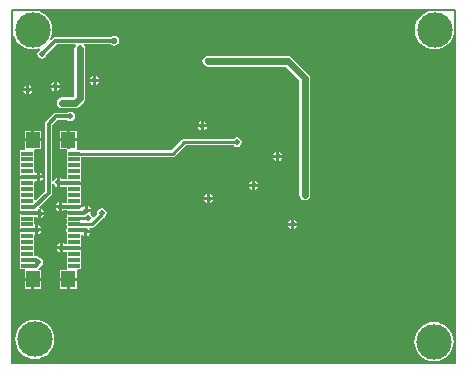
<source format=gbl>
%FSLAX25Y25*%
%MOIN*%
G70*
G01*
G75*
G04 Layer_Physical_Order=2*
G04 Layer_Color=16711680*
%ADD10R,0.01969X0.01969*%
%ADD11R,0.02362X0.01969*%
%ADD12R,0.02559X0.02165*%
%ADD13R,0.03740X0.03740*%
%ADD14R,0.02165X0.02559*%
%ADD15R,0.03740X0.03740*%
%ADD16R,0.01969X0.01378*%
%ADD17R,0.02756X0.01181*%
%ADD18R,0.03504X0.06299*%
%ADD19C,0.01181*%
%ADD20C,0.01000*%
%ADD21C,0.02362*%
%ADD22C,0.01378*%
%ADD23C,0.00787*%
%ADD24C,0.01969*%
%ADD25C,0.11811*%
%ADD26C,0.02165*%
%ADD27R,0.03937X0.01378*%
%ADD28R,0.04724X0.05315*%
%ADD29C,0.01260*%
G36*
X138319Y117005D02*
X138150Y116954D01*
X137022Y116351D01*
X136032Y115539D01*
X135221Y114550D01*
X134617Y113422D01*
X134246Y112197D01*
X134121Y110924D01*
X134246Y109650D01*
X134617Y108426D01*
X135221Y107297D01*
X136032Y106308D01*
X137022Y105496D01*
X138150Y104893D01*
X139375Y104522D01*
X140648Y104396D01*
X141921Y104522D01*
X143146Y104893D01*
X144274Y105496D01*
X145264Y106308D01*
X146075Y107297D01*
X146679Y108426D01*
X147005Y109503D01*
X147500Y109430D01*
Y-100D01*
X0D01*
Y108899D01*
X495Y108972D01*
X660Y108426D01*
X1264Y107297D01*
X2075Y106308D01*
X3064Y105496D01*
X4193Y104893D01*
X5418Y104522D01*
X6691Y104396D01*
X7965Y104522D01*
X8949Y104820D01*
X9163Y104368D01*
X8665Y104035D01*
X8317Y103515D01*
X8194Y102900D01*
X8317Y102286D01*
X8665Y101765D01*
X9185Y101417D01*
X9800Y101294D01*
X10414Y101417D01*
X10935Y101765D01*
X11283Y102286D01*
X11382Y102778D01*
X14699Y106096D01*
X20738D01*
X20974Y105655D01*
X20731Y105291D01*
X20594Y104600D01*
Y88948D01*
X20052Y88406D01*
X16500D01*
X15809Y88269D01*
X15223Y87877D01*
X14831Y87291D01*
X14694Y86600D01*
X14831Y85909D01*
X15223Y85323D01*
X15809Y84931D01*
X16500Y84794D01*
X20800D01*
X21491Y84931D01*
X22077Y85323D01*
X23677Y86923D01*
X24069Y87509D01*
X24206Y88200D01*
Y104600D01*
X24069Y105291D01*
X23677Y105877D01*
X23672Y105881D01*
X23635Y105935D01*
X23684Y106096D01*
X32692D01*
X32694Y106094D01*
X33247Y105724D01*
X33900Y105594D01*
X34553Y105724D01*
X35106Y106094D01*
X35476Y106647D01*
X35606Y107300D01*
X35476Y107953D01*
X35106Y108506D01*
X34553Y108876D01*
X33900Y109006D01*
X33247Y108876D01*
X32694Y108506D01*
X32692Y108504D01*
X14200D01*
X14200Y108504D01*
X13739Y108413D01*
X13349Y108151D01*
X12892Y107695D01*
X12490Y107993D01*
X12722Y108426D01*
X13093Y109650D01*
X13218Y110924D01*
X13093Y112197D01*
X12722Y113422D01*
X12118Y114550D01*
X11307Y115539D01*
X10317Y116351D01*
X9189Y116954D01*
X9020Y117005D01*
X9094Y117500D01*
X138245D01*
X138319Y117005D01*
D02*
G37*
%LPC*%
G36*
X15400Y53423D02*
X15285Y53400D01*
X14765Y53052D01*
X14417Y52531D01*
X14394Y52416D01*
X15400D01*
Y53423D01*
D02*
G37*
G36*
X64800Y54200D02*
X63794D01*
X63817Y54085D01*
X64165Y53565D01*
X64685Y53217D01*
X64800Y53194D01*
Y54200D01*
D02*
G37*
G36*
X66806D02*
X65800D01*
Y53194D01*
X65914Y53217D01*
X66435Y53565D01*
X66783Y54085D01*
X66806Y54200D01*
D02*
G37*
G36*
X25000Y52206D02*
Y51200D01*
X26006D01*
X25983Y51315D01*
X25635Y51835D01*
X25115Y52183D01*
X25000Y52206D01*
D02*
G37*
G36*
X10506Y49200D02*
X9500D01*
Y48194D01*
X9614Y48217D01*
X10135Y48565D01*
X10483Y49086D01*
X10506Y49200D01*
D02*
G37*
G36*
X9500Y51206D02*
Y50200D01*
X10506D01*
X10483Y50314D01*
X10135Y50835D01*
X9614Y51183D01*
X9500Y51206D01*
D02*
G37*
G36*
X15400Y51416D02*
X14394D01*
X14417Y51302D01*
X14765Y50781D01*
X15285Y50433D01*
X15400Y50410D01*
Y51416D01*
D02*
G37*
G36*
X81806Y58600D02*
X80800D01*
Y57594D01*
X80914Y57617D01*
X81435Y57965D01*
X81783Y58486D01*
X81806Y58600D01*
D02*
G37*
G36*
X79800Y60606D02*
X79685Y60583D01*
X79165Y60235D01*
X78817Y59715D01*
X78794Y59600D01*
X79800D01*
Y60606D01*
D02*
G37*
G36*
X80800D02*
Y59600D01*
X81806D01*
X81783Y59715D01*
X81435Y60235D01*
X80914Y60583D01*
X80800Y60606D01*
D02*
G37*
G36*
X79800Y58600D02*
X78794D01*
X78817Y58486D01*
X79165Y57965D01*
X79685Y57617D01*
X79800Y57594D01*
Y58600D01*
D02*
G37*
G36*
X91900Y102206D02*
X65000D01*
X64309Y102069D01*
X63723Y101677D01*
X63331Y101091D01*
X63194Y100400D01*
X63331Y99709D01*
X63723Y99123D01*
X64309Y98731D01*
X65000Y98594D01*
X91152D01*
X95494Y94252D01*
Y55900D01*
X95631Y55209D01*
X96023Y54623D01*
X96609Y54231D01*
X97300Y54094D01*
X97991Y54231D01*
X98577Y54623D01*
X98969Y55209D01*
X99106Y55900D01*
Y95000D01*
X98969Y95691D01*
X98577Y96277D01*
X93177Y101677D01*
X92591Y102069D01*
X91900Y102206D01*
D02*
G37*
G36*
X64800Y56206D02*
X64685Y56183D01*
X64165Y55835D01*
X63817Y55314D01*
X63794Y55200D01*
X64800D01*
Y56206D01*
D02*
G37*
G36*
X65800D02*
Y55200D01*
X66806D01*
X66783Y55314D01*
X66435Y55835D01*
X65914Y56183D01*
X65800Y56206D01*
D02*
G37*
G36*
X93800Y47606D02*
Y46600D01*
X94806D01*
X94783Y46714D01*
X94435Y47235D01*
X93915Y47583D01*
X93800Y47606D01*
D02*
G37*
G36*
X18101Y27254D02*
X15845D01*
Y24703D01*
X18101D01*
Y27254D01*
D02*
G37*
G36*
X21357D02*
X19101D01*
Y24703D01*
X21357D01*
Y27254D01*
D02*
G37*
G36*
X15700Y37800D02*
X14694D01*
X14717Y37685D01*
X15065Y37165D01*
X15586Y36817D01*
X15700Y36794D01*
Y37800D01*
D02*
G37*
G36*
X9546Y27254D02*
X7290D01*
Y24703D01*
X9546D01*
Y27254D01*
D02*
G37*
G36*
X140451Y13514D02*
X139178Y13389D01*
X137953Y13017D01*
X136825Y12414D01*
X135836Y11602D01*
X135024Y10613D01*
X134421Y9485D01*
X134049Y8260D01*
X133924Y6987D01*
X134049Y5713D01*
X134421Y4489D01*
X135024Y3360D01*
X135836Y2371D01*
X136825Y1559D01*
X137953Y956D01*
X139178Y585D01*
X140451Y459D01*
X141725Y585D01*
X142949Y956D01*
X144078Y1559D01*
X145067Y2371D01*
X145879Y3360D01*
X146482Y4489D01*
X146853Y5713D01*
X146979Y6987D01*
X146853Y8260D01*
X146482Y9485D01*
X145879Y10613D01*
X145067Y11602D01*
X144078Y12414D01*
X142949Y13017D01*
X141725Y13389D01*
X140451Y13514D01*
D02*
G37*
G36*
X7380Y14301D02*
X6107Y14176D01*
X4882Y13805D01*
X3754Y13201D01*
X2765Y12390D01*
X1953Y11400D01*
X1350Y10272D01*
X978Y9048D01*
X853Y7774D01*
X978Y6501D01*
X1350Y5276D01*
X1953Y4148D01*
X2765Y3158D01*
X3754Y2347D01*
X4882Y1743D01*
X6107Y1372D01*
X7380Y1247D01*
X8654Y1372D01*
X9878Y1743D01*
X11007Y2347D01*
X11996Y3158D01*
X12808Y4148D01*
X13411Y5276D01*
X13782Y6501D01*
X13908Y7774D01*
X13782Y9048D01*
X13411Y10272D01*
X12808Y11400D01*
X11996Y12390D01*
X11007Y13201D01*
X9878Y13805D01*
X8654Y14176D01*
X7380Y14301D01*
D02*
G37*
G36*
X6290Y27254D02*
X4034D01*
Y24703D01*
X6290D01*
Y27254D01*
D02*
G37*
G36*
X94806Y45600D02*
X93800D01*
Y44594D01*
X93915Y44617D01*
X94435Y44965D01*
X94783Y45485D01*
X94806Y45600D01*
D02*
G37*
G36*
X8600Y45806D02*
Y44800D01*
X9606D01*
X9583Y44914D01*
X9235Y45435D01*
X8715Y45783D01*
X8600Y45806D01*
D02*
G37*
G36*
X92800Y47606D02*
X92686Y47583D01*
X92165Y47235D01*
X91817Y46714D01*
X91794Y46600D01*
X92800D01*
Y47606D01*
D02*
G37*
G36*
Y45600D02*
X91794D01*
X91817Y45485D01*
X92165Y44965D01*
X92686Y44617D01*
X92800Y44594D01*
Y45600D01*
D02*
G37*
G36*
X15700Y39806D02*
X15586Y39783D01*
X15065Y39435D01*
X14717Y38914D01*
X14694Y38800D01*
X15700D01*
Y39806D01*
D02*
G37*
G36*
X25906Y43300D02*
X24900D01*
Y42294D01*
X25014Y42317D01*
X25535Y42665D01*
X25883Y43185D01*
X25906Y43300D01*
D02*
G37*
G36*
X9606Y43800D02*
X8600D01*
Y42794D01*
X8715Y42817D01*
X9235Y43165D01*
X9583Y43685D01*
X9606Y43800D01*
D02*
G37*
G36*
X13700Y91600D02*
X12694D01*
X12717Y91486D01*
X13065Y90965D01*
X13586Y90617D01*
X13700Y90594D01*
Y91600D01*
D02*
G37*
G36*
X15706D02*
X14700D01*
Y90594D01*
X14815Y90617D01*
X15335Y90965D01*
X15683Y91486D01*
X15706Y91600D01*
D02*
G37*
G36*
X4600Y92406D02*
X4485Y92383D01*
X3965Y92035D01*
X3617Y91514D01*
X3594Y91400D01*
X4600D01*
Y92406D01*
D02*
G37*
G36*
X6606Y90400D02*
X5600D01*
Y89394D01*
X5714Y89417D01*
X6235Y89765D01*
X6583Y90285D01*
X6606Y90400D01*
D02*
G37*
G36*
X63700Y80406D02*
Y79400D01*
X64706D01*
X64683Y79514D01*
X64335Y80035D01*
X63815Y80383D01*
X63700Y80406D01*
D02*
G37*
G36*
X19200Y83706D02*
X18586Y83583D01*
X18168Y83304D01*
X14500D01*
X14039Y83213D01*
X13883Y83108D01*
X13648Y82951D01*
X13648Y82951D01*
X11148Y80452D01*
X10887Y80061D01*
X10796Y79600D01*
X10796Y79600D01*
Y57199D01*
X7744Y54147D01*
X7282Y54338D01*
Y54821D01*
Y56790D01*
Y58758D01*
Y60356D01*
X7723Y60592D01*
X7986Y60417D01*
X8100Y60394D01*
Y61899D01*
Y63406D01*
X7986Y63383D01*
X7723Y63208D01*
X7282Y63444D01*
Y64664D01*
Y66632D01*
Y68601D01*
Y70766D01*
X7282D01*
Y70905D01*
X7636Y71258D01*
X9546D01*
Y73809D01*
X4034D01*
Y71258D01*
X4034D01*
Y71120D01*
X3680Y70766D01*
X2558D01*
Y68601D01*
Y66632D01*
Y64664D01*
Y62695D01*
Y62309D01*
X4921D01*
Y61309D01*
X2558D01*
Y60727D01*
Y58758D01*
Y56790D01*
Y54821D01*
Y52853D01*
Y50884D01*
Y50498D01*
X4921D01*
Y49498D01*
X2558D01*
Y48916D01*
Y46947D01*
Y44979D01*
Y44593D01*
X4921D01*
Y43593D01*
X2558D01*
Y43010D01*
Y41042D01*
Y39073D01*
Y37105D01*
Y35136D01*
Y33168D01*
Y31199D01*
X4034D01*
Y30806D01*
X4034D01*
Y28254D01*
X9546D01*
Y30806D01*
X8630D01*
X8485Y31284D01*
X8662Y31402D01*
X9401Y32141D01*
X9735Y32365D01*
X10083Y32886D01*
X10206Y33500D01*
X10083Y34115D01*
X9735Y34635D01*
X9215Y34983D01*
X8792Y35067D01*
X8730Y35130D01*
X8326Y35400D01*
X7850Y35495D01*
X7282D01*
Y37105D01*
Y39073D01*
Y41042D01*
Y42463D01*
X7668Y42780D01*
X7600Y42794D01*
Y44299D01*
Y45806D01*
X7668Y45820D01*
X7282Y46137D01*
Y46947D01*
Y48575D01*
X7760Y48721D01*
X7865Y48565D01*
X8386Y48217D01*
X8500Y48194D01*
Y49699D01*
Y51206D01*
X8982Y51302D01*
X8746Y51743D01*
X12852Y55848D01*
X13113Y56239D01*
X13204Y56700D01*
X13204Y56700D01*
X13204Y56700D01*
Y56700D01*
Y59511D01*
X13702Y59560D01*
X13717Y59486D01*
X14065Y58965D01*
X14585Y58617D01*
X14700Y58594D01*
Y60099D01*
Y61606D01*
X14585Y61583D01*
X14065Y61235D01*
X13717Y60715D01*
X13702Y60640D01*
X13204Y60689D01*
Y79101D01*
X14999Y80896D01*
X18168D01*
X18586Y80617D01*
X19200Y80494D01*
X19815Y80617D01*
X20335Y80965D01*
X20683Y81485D01*
X20806Y82100D01*
X20683Y82714D01*
X20335Y83235D01*
X19815Y83583D01*
X19200Y83706D01*
D02*
G37*
G36*
X4600Y90400D02*
X3594D01*
X3617Y90285D01*
X3965Y89765D01*
X4485Y89417D01*
X4600Y89394D01*
Y90400D01*
D02*
G37*
G36*
X14700Y93606D02*
Y92600D01*
X15706D01*
X15683Y92715D01*
X15335Y93235D01*
X14815Y93583D01*
X14700Y93606D01*
D02*
G37*
G36*
X26700Y95606D02*
X26586Y95583D01*
X26065Y95235D01*
X25717Y94714D01*
X25694Y94600D01*
X26700D01*
Y95606D01*
D02*
G37*
G36*
X27700D02*
Y94600D01*
X28706D01*
X28683Y94714D01*
X28335Y95235D01*
X27814Y95583D01*
X27700Y95606D01*
D02*
G37*
G36*
X13700Y93606D02*
X13586Y93583D01*
X13065Y93235D01*
X12717Y92715D01*
X12694Y92600D01*
X13700D01*
Y93606D01*
D02*
G37*
G36*
X5600Y92406D02*
Y91400D01*
X6606D01*
X6583Y91514D01*
X6235Y92035D01*
X5714Y92383D01*
X5600Y92406D01*
D02*
G37*
G36*
X26700Y93600D02*
X25694D01*
X25717Y93485D01*
X26065Y92965D01*
X26586Y92617D01*
X26700Y92594D01*
Y93600D01*
D02*
G37*
G36*
X28706D02*
X27700D01*
Y92594D01*
X27814Y92617D01*
X28335Y92965D01*
X28683Y93485D01*
X28706Y93600D01*
D02*
G37*
G36*
X62700Y80406D02*
X62586Y80383D01*
X62065Y80035D01*
X61717Y79514D01*
X61694Y79400D01*
X62700D01*
Y80406D01*
D02*
G37*
G36*
X87900Y70306D02*
X87786Y70283D01*
X87265Y69935D01*
X86917Y69415D01*
X86894Y69300D01*
X87900D01*
Y70306D01*
D02*
G37*
G36*
X88900D02*
Y69300D01*
X89906D01*
X89883Y69415D01*
X89535Y69935D01*
X89015Y70283D01*
X88900Y70306D01*
D02*
G37*
G36*
X18101Y73809D02*
X15845D01*
Y71258D01*
X18101D01*
Y73809D01*
D02*
G37*
G36*
X89906Y68300D02*
X88900D01*
Y67294D01*
X89015Y67317D01*
X89535Y67665D01*
X89883Y68186D01*
X89906Y68300D01*
D02*
G37*
G36*
X10106Y61400D02*
X9100D01*
Y60394D01*
X9215Y60417D01*
X9735Y60765D01*
X10083Y61286D01*
X10106Y61400D01*
D02*
G37*
G36*
X9100Y63406D02*
Y62400D01*
X10106D01*
X10083Y62515D01*
X9735Y63035D01*
X9215Y63383D01*
X9100Y63406D01*
D02*
G37*
G36*
X87900Y68300D02*
X86894D01*
X86917Y68186D01*
X87265Y67665D01*
X87786Y67317D01*
X87900Y67294D01*
Y68300D01*
D02*
G37*
G36*
X21357Y77361D02*
X19101D01*
Y74809D01*
X21357D01*
Y77361D01*
D02*
G37*
G36*
X62700Y78400D02*
X61694D01*
X61717Y78285D01*
X62065Y77765D01*
X62586Y77417D01*
X62700Y77394D01*
Y78400D01*
D02*
G37*
G36*
X64706D02*
X63700D01*
Y77394D01*
X63815Y77417D01*
X64335Y77765D01*
X64683Y78285D01*
X64706Y78400D01*
D02*
G37*
G36*
X18101Y77361D02*
X15845D01*
Y74809D01*
X18101D01*
Y77361D01*
D02*
G37*
G36*
X74800Y75106D02*
X74186Y74983D01*
X73665Y74635D01*
X73649Y74612D01*
X57200D01*
X57200Y74612D01*
X56774Y74527D01*
X56414Y74286D01*
X56414Y74286D01*
X52923Y70795D01*
X21357D01*
Y71258D01*
X21357D01*
Y73809D01*
X19101D01*
Y71258D01*
X18109D01*
Y70766D01*
X18109D01*
Y68601D01*
Y66632D01*
Y64664D01*
Y62695D01*
Y61104D01*
X16423D01*
X16335Y61235D01*
X15814Y61583D01*
X15700Y61606D01*
Y60099D01*
Y58594D01*
X15814Y58617D01*
X15933Y58696D01*
X18109D01*
Y56790D01*
Y54821D01*
Y53121D01*
X16932D01*
X16514Y53400D01*
X16400Y53423D01*
Y51916D01*
Y50410D01*
X16514Y50433D01*
X16932Y50712D01*
X18109D01*
Y50498D01*
X20472D01*
Y49498D01*
X18109D01*
Y48916D01*
Y48732D01*
X18024Y48605D01*
X17939Y48180D01*
X18024Y47754D01*
X18109Y47627D01*
Y46947D01*
Y46763D01*
X18024Y46637D01*
X17939Y46211D01*
X18024Y45785D01*
X18109Y45659D01*
Y44979D01*
Y44958D01*
X17939Y44703D01*
X17847Y44243D01*
X17939Y43782D01*
X18109Y43527D01*
Y43010D01*
Y41042D01*
Y39392D01*
X17365D01*
X17335Y39435D01*
X16815Y39783D01*
X16700Y39806D01*
Y38299D01*
Y36794D01*
X16815Y36817D01*
X17064Y36983D01*
X18109D01*
Y35136D01*
Y33168D01*
Y31199D01*
X18109D01*
Y31159D01*
X17755Y30806D01*
X15845D01*
Y28254D01*
X21357D01*
Y30806D01*
X21357D01*
Y30846D01*
X21710Y31199D01*
X22833D01*
Y33168D01*
Y35136D01*
Y37105D01*
Y37687D01*
X20470D01*
Y38687D01*
X22833D01*
Y39073D01*
Y41042D01*
Y42376D01*
X23180Y42608D01*
X23274Y42658D01*
X23786Y42317D01*
X23900Y42294D01*
Y43801D01*
X24399D01*
Y44300D01*
X25906D01*
X25883Y44414D01*
X25535Y44935D01*
X25551Y44988D01*
X26300D01*
X26300Y44988D01*
X26726Y45073D01*
X27086Y45314D01*
X30054Y48281D01*
X30314Y48333D01*
X30835Y48681D01*
X31183Y49202D01*
X31306Y49817D01*
X31183Y50431D01*
X30835Y50952D01*
X30314Y51300D01*
X29700Y51422D01*
X29085Y51300D01*
X28565Y50952D01*
X28217Y50431D01*
X28094Y49817D01*
X28152Y49525D01*
X26997Y48370D01*
X26518Y48515D01*
X26463Y48794D01*
X26115Y49315D01*
X25962Y49417D01*
X25864Y49907D01*
X25983Y50086D01*
X26006Y50200D01*
X24499D01*
Y50699D01*
X24000D01*
Y52206D01*
X23886Y52183D01*
X23365Y51835D01*
X23312Y51756D01*
X22833Y51901D01*
Y51467D01*
X20470D01*
Y52467D01*
X22833D01*
Y52853D01*
Y54821D01*
Y56790D01*
Y58758D01*
Y59341D01*
X20470D01*
Y60341D01*
X22833D01*
Y60727D01*
Y62695D01*
Y64664D01*
Y66632D01*
Y68572D01*
X53383D01*
X53383Y68572D01*
X53809Y68656D01*
X54170Y68897D01*
X57661Y72388D01*
X73649D01*
X73665Y72365D01*
X74186Y72017D01*
X74800Y71894D01*
X75415Y72017D01*
X75935Y72365D01*
X76283Y72886D01*
X76406Y73500D01*
X76283Y74115D01*
X75935Y74635D01*
X75415Y74983D01*
X74800Y75106D01*
D02*
G37*
G36*
X6290Y77361D02*
X4034D01*
Y74809D01*
X6290D01*
Y77361D01*
D02*
G37*
G36*
X9546D02*
X7290D01*
Y74809D01*
X9546D01*
Y77361D01*
D02*
G37*
%LPD*%
D19*
X19051Y44243D02*
X22300D01*
X4920Y61959D02*
X8600D01*
X7757Y44243D02*
X7800Y44200D01*
X4920Y44093D02*
X7608D01*
X8702Y49998D02*
X9000Y49700D01*
X4920Y49998D02*
X8702D01*
X16200Y38300D02*
X16313Y38187D01*
X20471D01*
X23798Y49998D02*
X24500Y50700D01*
X20471Y49998D02*
X23798D01*
X19200Y82100D02*
X19600D01*
X14500D02*
X19200D01*
X12000Y79600D02*
X14500Y82100D01*
X12000Y56700D02*
Y79600D01*
X7267Y51967D02*
X12000Y56700D01*
X4920Y51967D02*
X7267D01*
X24107Y44093D02*
X24400Y43800D01*
X20471Y44093D02*
X24107D01*
X9800Y102900D02*
X14200Y107300D01*
X33900D01*
X15200Y60100D02*
X15400Y59900D01*
X18961D01*
X19051Y59991D01*
X15900Y51916D02*
X19051D01*
D20*
X26300Y46100D02*
X29700Y49500D01*
X19162Y46100D02*
X26300D01*
X19051Y46211D02*
X19162Y46100D01*
X53383Y69683D02*
X57200Y73500D01*
X74800D01*
X20471Y69683D02*
X53383D01*
X19051Y48180D02*
X24980D01*
D21*
X97300Y55900D02*
Y95000D01*
X91900Y100400D02*
X97300Y95000D01*
X65000Y100400D02*
X91900D01*
X16500Y86600D02*
X20800D01*
X22400Y88200D01*
Y104600D01*
D23*
X-100Y-100D02*
X147538D01*
X-81Y117660D02*
X147540D01*
X147557Y117643D01*
Y-57D02*
Y117643D01*
X-81Y-57D02*
Y117660D01*
Y-57D02*
X147557D01*
D24*
X63200Y78900D02*
D03*
X19200Y82100D02*
D03*
X88400Y68800D02*
D03*
X93300Y46100D02*
D03*
X65300Y54700D02*
D03*
X74800Y73500D02*
D03*
X97400Y55900D02*
D03*
X80300Y59100D02*
D03*
X5100Y90900D02*
D03*
X14200Y92100D02*
D03*
X8600Y61900D02*
D03*
X9000Y49700D02*
D03*
X8100Y44300D02*
D03*
X16500Y86600D02*
D03*
X22500Y104800D02*
D03*
X27200Y94100D02*
D03*
X9800Y102900D02*
D03*
X15900Y51916D02*
D03*
X15200Y60100D02*
D03*
X16200Y38300D02*
D03*
X8600Y33500D02*
D03*
X24500Y50700D02*
D03*
X24400Y43800D02*
D03*
X29700Y49817D02*
D03*
X24980Y48180D02*
D03*
D25*
X7380Y7774D02*
D03*
X140451Y6987D02*
D03*
X6691Y110924D02*
D03*
X140648D02*
D03*
D26*
X33900Y107300D02*
D03*
X65000Y100400D02*
D03*
D27*
X4920Y34250D02*
D03*
Y32282D02*
D03*
Y34250D02*
D03*
Y36219D02*
D03*
Y38187D02*
D03*
Y40156D02*
D03*
Y42124D02*
D03*
Y44093D02*
D03*
Y46061D02*
D03*
Y48030D02*
D03*
Y49998D02*
D03*
Y51967D02*
D03*
Y53935D02*
D03*
Y55904D02*
D03*
Y57872D02*
D03*
Y59841D02*
D03*
Y61809D02*
D03*
Y63778D02*
D03*
Y65746D02*
D03*
Y67715D02*
D03*
Y69683D02*
D03*
X20471Y69683D02*
D03*
Y67715D02*
D03*
Y65746D02*
D03*
Y63778D02*
D03*
Y61809D02*
D03*
Y59841D02*
D03*
Y57872D02*
D03*
Y55904D02*
D03*
Y53935D02*
D03*
Y51967D02*
D03*
Y49998D02*
D03*
Y48030D02*
D03*
Y46061D02*
D03*
Y44093D02*
D03*
Y42124D02*
D03*
Y40156D02*
D03*
Y38187D02*
D03*
Y36219D02*
D03*
Y34250D02*
D03*
Y32282D02*
D03*
D28*
X18601Y27754D02*
D03*
X6790D02*
D03*
Y74309D02*
D03*
X18601D02*
D03*
D29*
X8600Y33100D02*
Y33500D01*
X7782Y32282D02*
X8600Y33100D01*
X4920Y32282D02*
X7782D01*
X4920Y34250D02*
X7850D01*
X8600Y33500D01*
M02*

</source>
